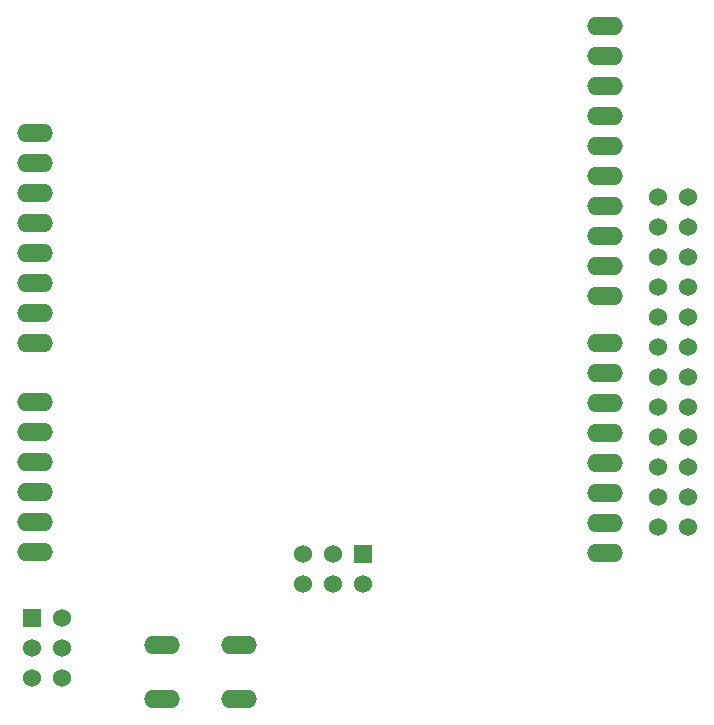
<source format=gbp>
G04 #@! TF.FileFunction,Paste,Bot*
%FSLAX46Y46*%
G04 Gerber Fmt 4.6, Leading zero omitted, Abs format (unit mm)*
G04 Created by KiCad (PCBNEW 4.0.1-stable) date 2017/06/17 1:05:47*
%MOMM*%
G01*
G04 APERTURE LIST*
%ADD10C,0.050000*%
%ADD11R,1.524000X1.524000*%
%ADD12C,1.524000*%
%ADD13O,3.048000X1.524000*%
G04 APERTURE END LIST*
D10*
D11*
X118230000Y-122210000D03*
D12*
X120770000Y-122210000D03*
X118230000Y-124750000D03*
X120770000Y-124750000D03*
X118230000Y-127290000D03*
X120770000Y-127290000D03*
D13*
X118500000Y-103900000D03*
X118500000Y-106440000D03*
X118500000Y-108980000D03*
X118500000Y-111520000D03*
X118500000Y-114060000D03*
X118500000Y-116600000D03*
X129248800Y-124489400D03*
X135751200Y-124489400D03*
X129248800Y-129010600D03*
X135751200Y-129010600D03*
D12*
X171230000Y-86530000D03*
X173770000Y-86530000D03*
X171230000Y-89070000D03*
X173770000Y-89070000D03*
X171230000Y-91610000D03*
X173770000Y-91610000D03*
X171230000Y-94150000D03*
X173770000Y-94150000D03*
X171230000Y-96690000D03*
X173770000Y-96690000D03*
X171230000Y-99230000D03*
X173770000Y-99230000D03*
X171230000Y-101770000D03*
X173770000Y-101770000D03*
X171230000Y-104310000D03*
X173770000Y-104310000D03*
X171230000Y-106850000D03*
X173770000Y-106850000D03*
X171230000Y-109390000D03*
X173770000Y-109390000D03*
X171230000Y-111930000D03*
X173770000Y-111930000D03*
X171230000Y-114470000D03*
X173770000Y-114470000D03*
D13*
X118500000Y-81110000D03*
X118500000Y-83650000D03*
X118500000Y-86190000D03*
X118500000Y-88730000D03*
X118500000Y-91270000D03*
X118500000Y-93810000D03*
X118500000Y-96350000D03*
X118500000Y-98890000D03*
D11*
X146290000Y-116730000D03*
D12*
X146290000Y-119270000D03*
X143750000Y-116730000D03*
X143750000Y-119270000D03*
X141210000Y-116730000D03*
X141210000Y-119270000D03*
D13*
X166750000Y-72070000D03*
X166750000Y-74610000D03*
X166750000Y-77150000D03*
X166750000Y-79690000D03*
X166750000Y-82230000D03*
X166750000Y-84770000D03*
X166750000Y-87310000D03*
X166750000Y-89850000D03*
X166750000Y-92390000D03*
X166750000Y-94930000D03*
X166750000Y-116640000D03*
X166750000Y-114100000D03*
X166750000Y-111560000D03*
X166750000Y-109020000D03*
X166750000Y-106480000D03*
X166750000Y-103940000D03*
X166750000Y-101400000D03*
X166750000Y-98860000D03*
M02*

</source>
